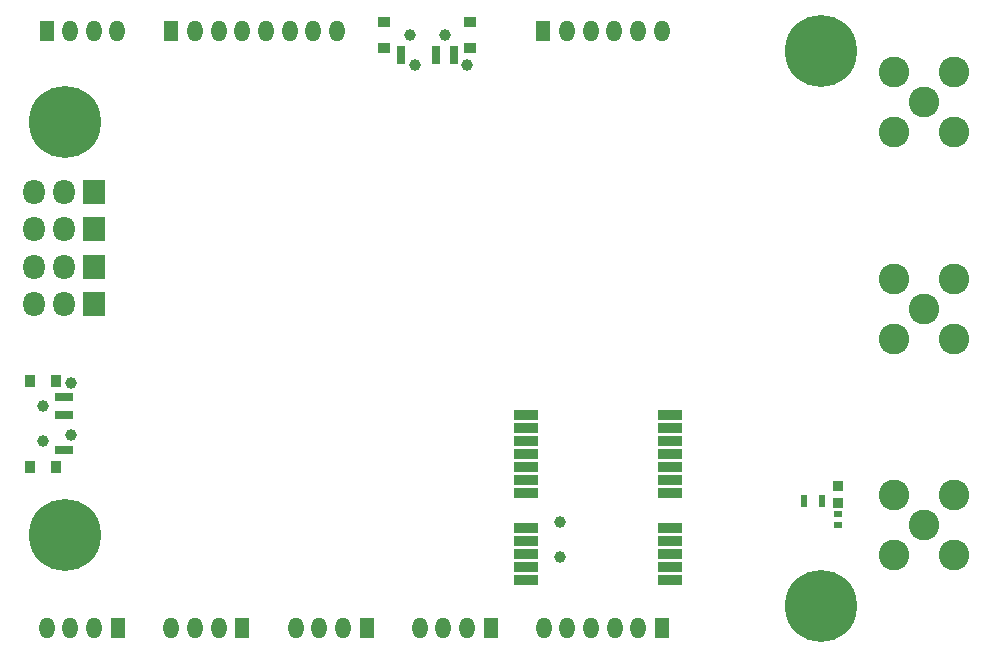
<source format=gbs>
G04 #@! TF.GenerationSoftware,KiCad,Pcbnew,no-vcs-found*
G04 #@! TF.CreationDate,2016-12-22T15:04:26+01:00*
G04 #@! TF.ProjectId,RCCAR_IF_Board_GPS,52434341525F49465F426F6172645F47,rev?*
G04 #@! TF.FileFunction,Soldermask,Bot*
G04 #@! TF.FilePolarity,Negative*
%FSLAX46Y46*%
G04 Gerber Fmt 4.6, Leading zero omitted, Abs format (unit mm)*
G04 Created by KiCad (PCBNEW no-vcs-found) date Thu Dec 22 15:04:26 2016*
%MOMM*%
%LPD*%
G01*
G04 APERTURE LIST*
%ADD10C,0.100000*%
%ADD11C,6.101600*%
%ADD12R,1.300480X1.800860*%
%ADD13O,1.300480X1.800860*%
%ADD14R,1.828800X2.133600*%
%ADD15O,1.828800X2.133600*%
%ADD16R,0.601600X1.001600*%
%ADD17C,2.601600*%
%ADD18R,0.851600X0.901600*%
%ADD19R,0.701600X0.501600*%
%ADD20C,1.000760*%
%ADD21R,1.101600X0.901600*%
%ADD22R,0.801600X1.601600*%
%ADD23C,1.001600*%
%ADD24R,0.901600X1.101600*%
%ADD25R,1.601600X0.801600*%
%ADD26R,2.101600X0.901600*%
G04 APERTURE END LIST*
D10*
D11*
X170500000Y-76000000D03*
X106500000Y-82000000D03*
X106500000Y-117000000D03*
X170500000Y-123000000D03*
D12*
X104932480Y-74295000D03*
D13*
X108935520Y-74295000D03*
X106934000Y-74295000D03*
X110934500Y-74295000D03*
D12*
X142527020Y-124841000D03*
D13*
X138523980Y-124841000D03*
X140525500Y-124841000D03*
X136525000Y-124841000D03*
D12*
X132034280Y-124841000D03*
D13*
X128031240Y-124841000D03*
X130032760Y-124841000D03*
X126032260Y-124841000D03*
X127508000Y-74295000D03*
X125509020Y-74295000D03*
X123507500Y-74295000D03*
D12*
X115501420Y-74295000D03*
D13*
X119504460Y-74295000D03*
X117502940Y-74295000D03*
X121503440Y-74295000D03*
X129506980Y-74295000D03*
D12*
X146994940Y-74295000D03*
D13*
X150997980Y-74295000D03*
X148996460Y-74295000D03*
X152996960Y-74295000D03*
X154998480Y-74295000D03*
X157000000Y-74295000D03*
D12*
X157038040Y-124841000D03*
D13*
X153035000Y-124841000D03*
X155036520Y-124841000D03*
X151036020Y-124841000D03*
X149034500Y-124841000D03*
X147032980Y-124841000D03*
D12*
X121493280Y-124841000D03*
D13*
X117490240Y-124841000D03*
X119491760Y-124841000D03*
X115491260Y-124841000D03*
D12*
X110952280Y-124841000D03*
D13*
X106949240Y-124841000D03*
X108950760Y-124841000D03*
X104950260Y-124841000D03*
D14*
X108984000Y-97409000D03*
D15*
X106444000Y-97409000D03*
X103904000Y-97409000D03*
D14*
X108984000Y-94234000D03*
D15*
X106444000Y-94234000D03*
X103904000Y-94234000D03*
D14*
X108984000Y-91059000D03*
D15*
X106444000Y-91059000D03*
X103904000Y-91059000D03*
D16*
X170549000Y-114046000D03*
X169049000Y-114046000D03*
D17*
X179197000Y-80264000D03*
X176657000Y-77724000D03*
X176657000Y-82804000D03*
X181737000Y-82804000D03*
X181737000Y-77724000D03*
X179197000Y-97790000D03*
X176657000Y-95250000D03*
X176657000Y-100330000D03*
X181737000Y-100330000D03*
X181737000Y-95250000D03*
D18*
X171958000Y-112788000D03*
X171958000Y-114288000D03*
D17*
X179197000Y-116078000D03*
X176657000Y-113538000D03*
X176657000Y-118618000D03*
X181737000Y-118618000D03*
X181737000Y-113538000D03*
D19*
X171958000Y-116089000D03*
X171958000Y-115189000D03*
D20*
X140499740Y-77177900D03*
X136100460Y-77177900D03*
X107012740Y-108498640D03*
X107012740Y-104099360D03*
D15*
X103904000Y-87884000D03*
X106444000Y-87884000D03*
D14*
X108984000Y-87884000D03*
D21*
X133510000Y-75705000D03*
X140810000Y-75705000D03*
X140810000Y-73505000D03*
X133510000Y-73505000D03*
D22*
X139410000Y-76355000D03*
X137910000Y-76355000D03*
X134910000Y-76355000D03*
D23*
X138660000Y-74605000D03*
X135660000Y-74605000D03*
X148407000Y-115848000D03*
X148407000Y-118848000D03*
D24*
X105748000Y-111195000D03*
X105748000Y-103895000D03*
X103548000Y-103895000D03*
X103548000Y-111195000D03*
D25*
X106398000Y-105295000D03*
X106398000Y-106795000D03*
X106398000Y-109795000D03*
D23*
X104648000Y-106045000D03*
X104648000Y-109045000D03*
D26*
X157700000Y-106800000D03*
X157700000Y-107900000D03*
X157700000Y-109000000D03*
X157700000Y-110100000D03*
X157700000Y-111200000D03*
X157700000Y-112300000D03*
X157700000Y-113400000D03*
X157700000Y-116400000D03*
X157700000Y-117500000D03*
X157700000Y-118600000D03*
X157700000Y-119700000D03*
X157700000Y-120800000D03*
X145500000Y-120800000D03*
X145500000Y-119700000D03*
X145500000Y-118600000D03*
X145500000Y-117500000D03*
X145500000Y-116400000D03*
X145500000Y-113400000D03*
X145500000Y-112300000D03*
X145500000Y-111200000D03*
X145500000Y-110100000D03*
X145500000Y-109000000D03*
X145500000Y-107900000D03*
X145500000Y-106800000D03*
M02*

</source>
